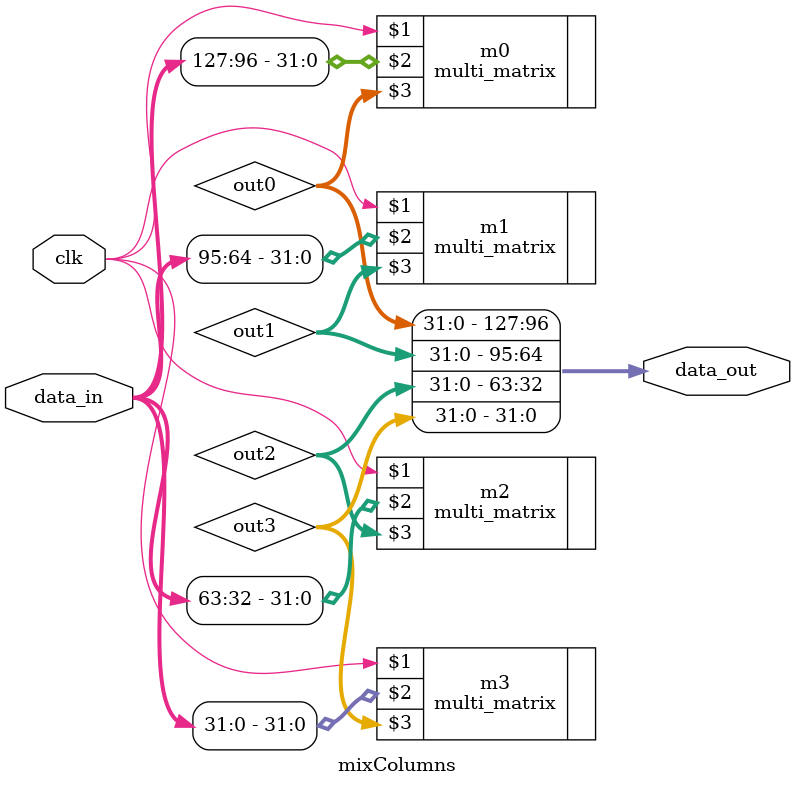
<source format=v>
module mixColumns (clk,data_in,data_out);

input clk;
input [127:0] data_in;
output [127:0] data_out;

wire [31:0] out0,out1,out2,out3;

multi_matrix m0(clk,data_in[127-:32],out0);
multi_matrix m1(clk,data_in[95-:32],out1);
multi_matrix m2(clk,data_in[63-:32],out2);
multi_matrix m3(clk,data_in[31-:32],out3);

assign data_out = {out0, out1, out2,out3};


endmodule
</source>
